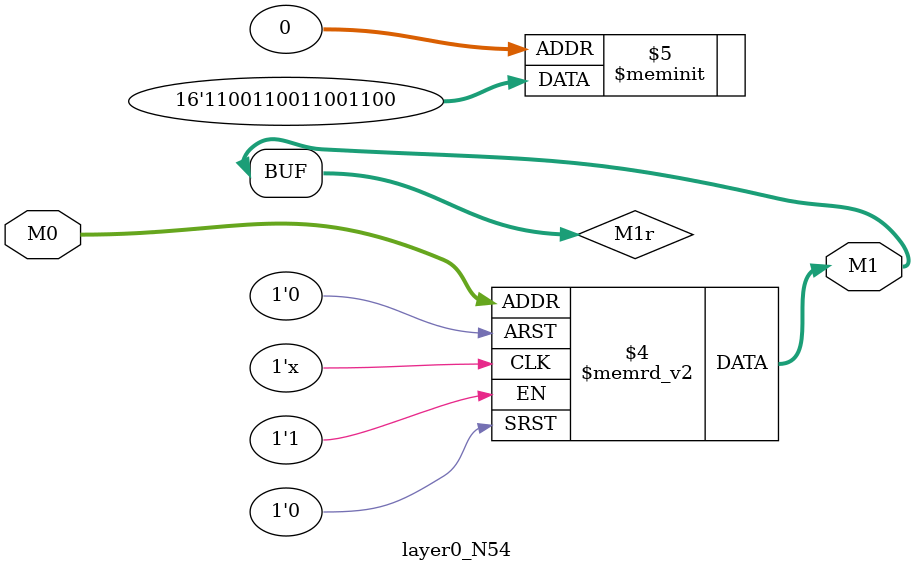
<source format=v>
module layer0_N54 ( input [2:0] M0, output [1:0] M1 );

	(*rom_style = "distributed" *) reg [1:0] M1r;
	assign M1 = M1r;
	always @ (M0) begin
		case (M0)
			3'b000: M1r = 2'b00;
			3'b100: M1r = 2'b00;
			3'b010: M1r = 2'b00;
			3'b110: M1r = 2'b00;
			3'b001: M1r = 2'b11;
			3'b101: M1r = 2'b11;
			3'b011: M1r = 2'b11;
			3'b111: M1r = 2'b11;

		endcase
	end
endmodule

</source>
